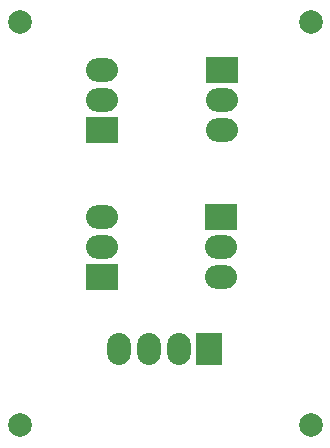
<source format=gbs>
G04*
G04 #@! TF.GenerationSoftware,Altium Limited,Altium Designer,21.0.9 (235)*
G04*
G04 Layer_Color=16711935*
%FSLAX44Y44*%
%MOMM*%
G71*
G04*
G04 #@! TF.SameCoordinates,F21B556D-83EB-44B0-A9CA-D88D57BBD4D0*
G04*
G04*
G04 #@! TF.FilePolarity,Negative*
G04*
G01*
G75*
%ADD17O,2.0032X2.7032*%
%ADD18R,2.2032X2.7032*%
%ADD19C,2.0032*%
%ADD20R,2.7032X2.2032*%
%ADD21O,2.7032X2.0032*%
D17*
X138430Y93980D02*
D03*
X163830D02*
D03*
X113030D02*
D03*
D18*
X189230D02*
D03*
D19*
X275590Y370840D02*
D03*
X29210D02*
D03*
Y29210D02*
D03*
X275590D02*
D03*
D20*
X200660Y330200D02*
D03*
X99060Y279400D02*
D03*
X199390Y205740D02*
D03*
X99060Y154940D02*
D03*
D21*
X200660Y304800D02*
D03*
Y279400D02*
D03*
X99060Y304800D02*
D03*
Y330200D02*
D03*
X199390Y180340D02*
D03*
Y154940D02*
D03*
X99060Y180340D02*
D03*
Y205740D02*
D03*
M02*

</source>
